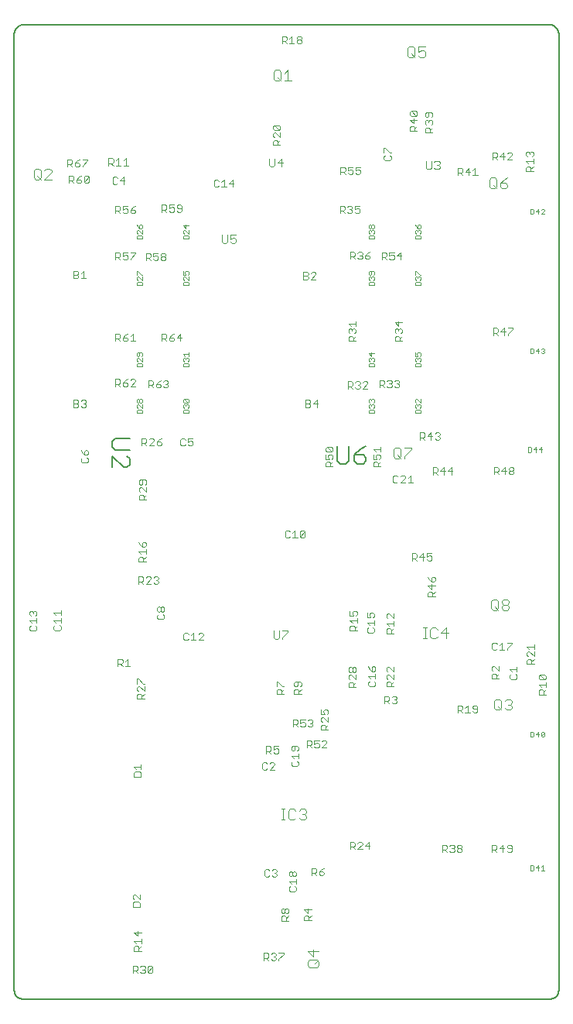
<source format=gbr>
G75*
%MOIN*%
%OFA0B0*%
%FSLAX25Y25*%
%IPPOS*%
%LPD*%
%AMOC8*
5,1,8,0,0,1.08239X$1,22.5*
%
%ADD10C,0.00400*%
%ADD11C,0.00500*%
%ADD12C,0.00800*%
%ADD13C,0.00300*%
D10*
X0156003Y0245646D02*
X0155486Y0246163D01*
X0154452Y0246163D01*
X0153935Y0245646D01*
X0153935Y0243577D01*
X0154452Y0243060D01*
X0155486Y0243060D01*
X0156003Y0243577D01*
X0157158Y0245129D02*
X0158192Y0246163D01*
X0158192Y0243060D01*
X0157158Y0243060D02*
X0159226Y0243060D01*
X0160380Y0243577D02*
X0160380Y0245646D01*
X0160897Y0246163D01*
X0161932Y0246163D01*
X0162449Y0245646D01*
X0162449Y0243577D01*
X0161932Y0243060D01*
X0160897Y0243060D01*
X0160380Y0243577D01*
X0162449Y0245646D01*
X0099299Y0210119D02*
X0098782Y0209601D01*
X0098782Y0208567D01*
X0099299Y0208050D01*
X0101368Y0208050D01*
X0101885Y0208567D01*
X0101885Y0209601D01*
X0101368Y0210119D01*
X0099299Y0211273D02*
X0098782Y0211790D01*
X0098782Y0212824D01*
X0099299Y0213341D01*
X0099816Y0213341D01*
X0100333Y0212824D01*
X0100850Y0213341D01*
X0101368Y0213341D01*
X0101885Y0212824D01*
X0101885Y0211790D01*
X0101368Y0211273D01*
X0100850Y0211273D01*
X0100333Y0211790D01*
X0099816Y0211273D01*
X0099299Y0211273D01*
X0100333Y0211790D02*
X0100333Y0212824D01*
X0054693Y0205338D02*
X0054176Y0204821D01*
X0054176Y0203787D01*
X0054693Y0203269D01*
X0056761Y0203269D01*
X0057278Y0203787D01*
X0057278Y0204821D01*
X0056761Y0205338D01*
X0055210Y0206492D02*
X0054176Y0207526D01*
X0057278Y0207526D01*
X0057278Y0206492D02*
X0057278Y0208561D01*
X0055210Y0209715D02*
X0054176Y0210749D01*
X0057278Y0210749D01*
X0057278Y0209715D02*
X0057278Y0211783D01*
X0112233Y0201573D02*
X0111716Y0202090D01*
X0110682Y0202090D01*
X0110165Y0201573D01*
X0110165Y0199505D01*
X0110682Y0198987D01*
X0111716Y0198987D01*
X0112233Y0199505D01*
X0113387Y0201056D02*
X0114422Y0202090D01*
X0114422Y0198987D01*
X0115456Y0198987D02*
X0113387Y0198987D01*
X0118678Y0198987D02*
X0116610Y0198987D01*
X0118678Y0201056D01*
X0118678Y0201573D01*
X0118161Y0202090D01*
X0117127Y0202090D01*
X0116610Y0201573D01*
X0044270Y0205162D02*
X0043752Y0204645D01*
X0043752Y0203611D01*
X0044270Y0203094D01*
X0046338Y0203094D01*
X0046855Y0203611D01*
X0046855Y0204645D01*
X0046338Y0205162D01*
X0044787Y0206316D02*
X0043752Y0207351D01*
X0046855Y0207351D01*
X0046855Y0208385D02*
X0046855Y0206316D01*
X0044270Y0209539D02*
X0043752Y0210056D01*
X0043752Y0211091D01*
X0044270Y0211608D01*
X0044787Y0211608D01*
X0045304Y0211091D01*
X0045304Y0210573D01*
X0045304Y0211091D02*
X0045821Y0211608D01*
X0046338Y0211608D01*
X0046855Y0211091D01*
X0046855Y0210056D01*
X0046338Y0209539D01*
X0093900Y0232757D02*
X0090798Y0232757D01*
X0090798Y0234308D01*
X0091315Y0234826D01*
X0092349Y0234826D01*
X0092866Y0234308D01*
X0092866Y0232757D01*
X0092866Y0233791D02*
X0093900Y0234826D01*
X0091832Y0235980D02*
X0090798Y0237014D01*
X0093900Y0237014D01*
X0093900Y0235980D02*
X0093900Y0238048D01*
X0090798Y0241271D02*
X0091315Y0240237D01*
X0092349Y0239203D01*
X0093383Y0239203D01*
X0093900Y0239720D01*
X0093900Y0240754D01*
X0093383Y0241271D01*
X0092866Y0241271D01*
X0092349Y0240754D01*
X0092349Y0239203D01*
X0200707Y0201943D02*
X0197605Y0201943D01*
X0197605Y0203494D01*
X0198122Y0204012D01*
X0199156Y0204012D01*
X0199673Y0203494D01*
X0199673Y0201943D01*
X0199673Y0202977D02*
X0200707Y0204012D01*
X0198639Y0205166D02*
X0197605Y0206200D01*
X0200707Y0206200D01*
X0200707Y0205166D02*
X0200707Y0207234D01*
X0200707Y0210457D02*
X0200707Y0208389D01*
X0198639Y0210457D01*
X0198122Y0210457D01*
X0197605Y0209940D01*
X0197605Y0208906D01*
X0198122Y0208389D01*
X0184991Y0203111D02*
X0181888Y0203111D01*
X0181888Y0204663D01*
X0182405Y0205180D01*
X0183440Y0205180D01*
X0183957Y0204663D01*
X0183957Y0203111D01*
X0183957Y0204146D02*
X0184991Y0205180D01*
X0182923Y0206334D02*
X0181888Y0207368D01*
X0184991Y0207368D01*
X0184991Y0206334D02*
X0184991Y0208403D01*
X0181888Y0211625D02*
X0181888Y0209557D01*
X0183440Y0209557D01*
X0182923Y0210591D01*
X0182923Y0211108D01*
X0183440Y0211625D01*
X0184474Y0211625D01*
X0184991Y0211108D01*
X0184991Y0210074D01*
X0184474Y0209557D01*
X0189764Y0204346D02*
X0189247Y0203829D01*
X0189247Y0202794D01*
X0189764Y0202277D01*
X0191832Y0202277D01*
X0192349Y0202794D01*
X0192349Y0203829D01*
X0191832Y0204346D01*
X0190281Y0205500D02*
X0189247Y0206534D01*
X0192349Y0206534D01*
X0192349Y0205500D02*
X0192349Y0207568D01*
X0189247Y0210791D02*
X0189247Y0208723D01*
X0190798Y0208723D01*
X0190281Y0209757D01*
X0190281Y0210274D01*
X0190798Y0210791D01*
X0191832Y0210791D01*
X0192349Y0210274D01*
X0192349Y0209240D01*
X0191832Y0208723D01*
X0081839Y0187773D02*
X0081839Y0190875D01*
X0083390Y0190875D01*
X0083908Y0190358D01*
X0083908Y0189324D01*
X0083390Y0188807D01*
X0081839Y0188807D01*
X0082873Y0188807D02*
X0083908Y0187773D01*
X0085062Y0189841D02*
X0086096Y0190875D01*
X0086096Y0187773D01*
X0085062Y0187773D02*
X0087130Y0187773D01*
X0245999Y0182489D02*
X0242896Y0182489D01*
X0242896Y0184041D01*
X0243413Y0184558D01*
X0244447Y0184558D01*
X0244965Y0184041D01*
X0244965Y0182489D01*
X0244965Y0183524D02*
X0245999Y0184558D01*
X0245999Y0187781D02*
X0245999Y0185712D01*
X0243930Y0187781D01*
X0243413Y0187781D01*
X0242896Y0187263D01*
X0242896Y0186229D01*
X0243413Y0185712D01*
X0196721Y0171769D02*
X0196721Y0174872D01*
X0198272Y0174872D01*
X0198789Y0174354D01*
X0198789Y0173320D01*
X0198272Y0172803D01*
X0196721Y0172803D01*
X0197755Y0172803D02*
X0198789Y0171769D01*
X0199944Y0174354D02*
X0200461Y0174872D01*
X0201495Y0174872D01*
X0202012Y0174354D01*
X0202012Y0173837D01*
X0201495Y0173320D01*
X0200978Y0173320D01*
X0201495Y0173320D02*
X0202012Y0172803D01*
X0202012Y0172286D01*
X0201495Y0171769D01*
X0200461Y0171769D01*
X0199944Y0172286D01*
X0251272Y0184335D02*
X0250754Y0183818D01*
X0250754Y0182784D01*
X0251272Y0182267D01*
X0253340Y0182267D01*
X0253857Y0182784D01*
X0253857Y0183818D01*
X0253340Y0184335D01*
X0251789Y0185489D02*
X0250754Y0186524D01*
X0253857Y0186524D01*
X0253857Y0187558D02*
X0253857Y0185489D01*
X0145785Y0150241D02*
X0145785Y0153344D01*
X0147336Y0153344D01*
X0147853Y0152827D01*
X0147853Y0151793D01*
X0147336Y0151276D01*
X0145785Y0151276D01*
X0146819Y0151276D02*
X0147853Y0150241D01*
X0151076Y0153344D02*
X0149007Y0153344D01*
X0149007Y0151793D01*
X0150042Y0152310D01*
X0150559Y0152310D01*
X0151076Y0151793D01*
X0151076Y0150758D01*
X0150559Y0150241D01*
X0149524Y0150241D01*
X0149007Y0150758D01*
X0146130Y0145843D02*
X0145613Y0146360D01*
X0144579Y0146360D01*
X0144062Y0145843D01*
X0144062Y0143774D01*
X0144579Y0143257D01*
X0145613Y0143257D01*
X0146130Y0143774D01*
X0149353Y0143257D02*
X0147285Y0143257D01*
X0149353Y0145326D01*
X0149353Y0145843D01*
X0148836Y0146360D01*
X0147802Y0146360D01*
X0147285Y0145843D01*
X0153369Y0175852D02*
X0150266Y0175852D01*
X0150266Y0177403D01*
X0150783Y0177920D01*
X0151818Y0177920D01*
X0152335Y0177403D01*
X0152335Y0175852D01*
X0152335Y0176886D02*
X0153369Y0177920D01*
X0150266Y0179074D02*
X0150266Y0181143D01*
X0150783Y0181143D01*
X0152852Y0179074D01*
X0153369Y0179074D01*
X0155416Y0078273D02*
X0152313Y0078273D01*
X0152313Y0079824D01*
X0152831Y0080341D01*
X0153865Y0080341D01*
X0154382Y0079824D01*
X0154382Y0078273D01*
X0154382Y0079307D02*
X0155416Y0080341D01*
X0152831Y0081496D02*
X0152313Y0082013D01*
X0152313Y0083047D01*
X0152831Y0083564D01*
X0153348Y0083564D01*
X0153865Y0083047D01*
X0154382Y0083564D01*
X0154899Y0083564D01*
X0155416Y0083047D01*
X0155416Y0082013D01*
X0154899Y0081496D01*
X0154382Y0081496D01*
X0153865Y0082013D01*
X0153348Y0081496D01*
X0152831Y0081496D01*
X0153865Y0082013D02*
X0153865Y0083047D01*
X0160916Y0175852D02*
X0157813Y0175852D01*
X0157813Y0177403D01*
X0158331Y0177920D01*
X0159365Y0177920D01*
X0159882Y0177403D01*
X0159882Y0175852D01*
X0159882Y0176886D02*
X0160916Y0177920D01*
X0160399Y0179074D02*
X0160916Y0179591D01*
X0160916Y0180626D01*
X0160399Y0181143D01*
X0158331Y0181143D01*
X0157813Y0180626D01*
X0157813Y0179591D01*
X0158331Y0179074D01*
X0158848Y0179074D01*
X0159365Y0179591D01*
X0159365Y0181143D01*
X0147162Y0099858D02*
X0146645Y0100375D01*
X0145610Y0100375D01*
X0145093Y0099858D01*
X0145093Y0097790D01*
X0145610Y0097273D01*
X0146645Y0097273D01*
X0147162Y0097790D01*
X0148316Y0099858D02*
X0148833Y0100375D01*
X0149867Y0100375D01*
X0150385Y0099858D01*
X0150385Y0099341D01*
X0149867Y0098824D01*
X0149350Y0098824D01*
X0149867Y0098824D02*
X0150385Y0098307D01*
X0150385Y0097790D01*
X0149867Y0097273D01*
X0148833Y0097273D01*
X0148316Y0097790D01*
X0045577Y0398024D02*
X0045577Y0401094D01*
X0046344Y0401861D01*
X0047879Y0401861D01*
X0048646Y0401094D01*
X0048646Y0398024D01*
X0047879Y0397257D01*
X0046344Y0397257D01*
X0045577Y0398024D01*
X0047111Y0398792D02*
X0048646Y0397257D01*
X0053250Y0397257D02*
X0050181Y0397257D01*
X0053250Y0400326D01*
X0053250Y0401094D01*
X0052483Y0401861D01*
X0050948Y0401861D01*
X0050181Y0401094D01*
X0060116Y0402773D02*
X0060116Y0405875D01*
X0061668Y0405875D01*
X0062185Y0405358D01*
X0062185Y0404324D01*
X0061668Y0403807D01*
X0060116Y0403807D01*
X0061151Y0403807D02*
X0062185Y0402773D01*
X0065408Y0405875D02*
X0064373Y0405358D01*
X0063339Y0404324D01*
X0063339Y0403290D01*
X0063856Y0402773D01*
X0064890Y0402773D01*
X0065408Y0403290D01*
X0065408Y0403807D01*
X0064890Y0404324D01*
X0063339Y0404324D01*
X0066562Y0405875D02*
X0068630Y0405875D01*
X0068630Y0405358D01*
X0066562Y0403290D01*
X0066562Y0402773D01*
X0060785Y0395741D02*
X0060785Y0398844D01*
X0062336Y0398844D01*
X0062853Y0398327D01*
X0062853Y0397293D01*
X0062336Y0396776D01*
X0060785Y0396776D01*
X0061819Y0396776D02*
X0062853Y0395741D01*
X0066076Y0398844D02*
X0065042Y0398327D01*
X0064007Y0397293D01*
X0064007Y0396258D01*
X0064524Y0395741D01*
X0065559Y0395741D01*
X0066076Y0396258D01*
X0066076Y0396776D01*
X0065559Y0397293D01*
X0064007Y0397293D01*
X0067230Y0396258D02*
X0067230Y0398327D01*
X0067747Y0398844D01*
X0068781Y0398844D01*
X0069299Y0398327D01*
X0069299Y0396258D01*
X0068781Y0395741D01*
X0067747Y0395741D01*
X0067230Y0396258D01*
X0069299Y0398327D01*
X0149097Y0203077D02*
X0149097Y0200127D01*
X0149687Y0199537D01*
X0150867Y0199537D01*
X0151457Y0200127D01*
X0151457Y0203077D01*
X0152722Y0203077D02*
X0155082Y0203077D01*
X0155082Y0202487D01*
X0152722Y0200127D01*
X0152722Y0199537D01*
X0181967Y0109033D02*
X0181967Y0112135D01*
X0183518Y0112135D01*
X0184035Y0111618D01*
X0184035Y0110584D01*
X0183518Y0110067D01*
X0181967Y0110067D01*
X0183001Y0110067D02*
X0184035Y0109033D01*
X0187258Y0109033D02*
X0185190Y0109033D01*
X0187258Y0111101D01*
X0187258Y0111618D01*
X0186741Y0112135D01*
X0185707Y0112135D01*
X0185190Y0111618D01*
X0189964Y0109033D02*
X0189964Y0112135D01*
X0188412Y0110584D01*
X0190481Y0110584D01*
X0172491Y0160546D02*
X0169388Y0160546D01*
X0169388Y0162097D01*
X0169905Y0162614D01*
X0170940Y0162614D01*
X0171457Y0162097D01*
X0171457Y0160546D01*
X0171457Y0161580D02*
X0172491Y0162614D01*
X0172491Y0165837D02*
X0172491Y0163768D01*
X0170423Y0165837D01*
X0169905Y0165837D01*
X0169388Y0165320D01*
X0169388Y0164285D01*
X0169905Y0163768D01*
X0169388Y0169059D02*
X0169388Y0166991D01*
X0170940Y0166991D01*
X0170423Y0168025D01*
X0170423Y0168542D01*
X0170940Y0169059D01*
X0171974Y0169059D01*
X0172491Y0168542D01*
X0172491Y0167508D01*
X0171974Y0166991D01*
X0156142Y0092987D02*
X0155625Y0092470D01*
X0155625Y0091436D01*
X0156142Y0090919D01*
X0158210Y0090919D01*
X0158727Y0091436D01*
X0158727Y0092470D01*
X0158210Y0092987D01*
X0156659Y0094142D02*
X0155625Y0095176D01*
X0158727Y0095176D01*
X0158727Y0094142D02*
X0158727Y0096210D01*
X0156142Y0097365D02*
X0155625Y0097882D01*
X0155625Y0098916D01*
X0156142Y0099433D01*
X0156659Y0099433D01*
X0157176Y0098916D01*
X0157693Y0099433D01*
X0158210Y0099433D01*
X0158727Y0098916D01*
X0158727Y0097882D01*
X0158210Y0097365D01*
X0157693Y0097365D01*
X0157176Y0097882D01*
X0156659Y0097365D01*
X0156142Y0097365D01*
X0157176Y0097882D02*
X0157176Y0098916D01*
X0157126Y0146972D02*
X0156609Y0146455D01*
X0156609Y0145420D01*
X0157126Y0144903D01*
X0159194Y0144903D01*
X0159711Y0145420D01*
X0159711Y0146455D01*
X0159194Y0146972D01*
X0157643Y0148126D02*
X0156609Y0149160D01*
X0159711Y0149160D01*
X0159711Y0148126D02*
X0159711Y0150194D01*
X0159194Y0151349D02*
X0159711Y0151866D01*
X0159711Y0152900D01*
X0159194Y0153417D01*
X0157126Y0153417D01*
X0156609Y0152900D01*
X0156609Y0151866D01*
X0157126Y0151349D01*
X0157643Y0151349D01*
X0158160Y0151866D01*
X0158160Y0153417D01*
X0149061Y0440524D02*
X0149061Y0443594D01*
X0149828Y0444361D01*
X0151363Y0444361D01*
X0152130Y0443594D01*
X0152130Y0440524D01*
X0151363Y0439757D01*
X0149828Y0439757D01*
X0149061Y0440524D01*
X0150596Y0441292D02*
X0152130Y0439757D01*
X0153665Y0442826D02*
X0155200Y0444361D01*
X0155200Y0439757D01*
X0156734Y0439757D02*
X0153665Y0439757D01*
X0152569Y0455773D02*
X0152569Y0458875D01*
X0154120Y0458875D01*
X0154638Y0458358D01*
X0154638Y0457324D01*
X0154120Y0456807D01*
X0152569Y0456807D01*
X0153603Y0456807D02*
X0154638Y0455773D01*
X0155792Y0457841D02*
X0156826Y0458875D01*
X0156826Y0455773D01*
X0155792Y0455773D02*
X0157860Y0455773D01*
X0159015Y0458358D02*
X0159532Y0458875D01*
X0160566Y0458875D01*
X0161083Y0458358D01*
X0161083Y0457841D01*
X0160566Y0457324D01*
X0161083Y0456807D01*
X0161083Y0456290D01*
X0160566Y0455773D01*
X0159532Y0455773D01*
X0159015Y0456290D01*
X0159015Y0456807D01*
X0159532Y0457324D01*
X0159015Y0457841D01*
X0159015Y0458358D01*
X0159532Y0457324D02*
X0160566Y0457324D01*
X0151869Y0412089D02*
X0148766Y0412089D01*
X0148766Y0413640D01*
X0149283Y0414157D01*
X0150318Y0414157D01*
X0150835Y0413640D01*
X0150835Y0412089D01*
X0150835Y0413123D02*
X0151869Y0414157D01*
X0151869Y0417380D02*
X0151869Y0415312D01*
X0149800Y0417380D01*
X0149283Y0417380D01*
X0148766Y0416863D01*
X0148766Y0415829D01*
X0149283Y0415312D01*
X0151352Y0418534D02*
X0149283Y0418534D01*
X0148766Y0419051D01*
X0148766Y0420086D01*
X0149283Y0420603D01*
X0151352Y0420603D01*
X0151869Y0420086D01*
X0151869Y0419051D01*
X0151352Y0418534D01*
X0149283Y0420603D01*
X0110957Y0285254D02*
X0110440Y0285771D01*
X0109405Y0285771D01*
X0108888Y0285254D01*
X0108888Y0283186D01*
X0109405Y0282669D01*
X0110440Y0282669D01*
X0110957Y0283186D01*
X0114180Y0285771D02*
X0112111Y0285771D01*
X0112111Y0284220D01*
X0113145Y0284737D01*
X0113662Y0284737D01*
X0114180Y0284220D01*
X0114180Y0283186D01*
X0113662Y0282669D01*
X0112628Y0282669D01*
X0112111Y0283186D01*
X0092116Y0282773D02*
X0092116Y0285875D01*
X0093668Y0285875D01*
X0094185Y0285358D01*
X0094185Y0284324D01*
X0093668Y0283807D01*
X0092116Y0283807D01*
X0093151Y0283807D02*
X0094185Y0282773D01*
X0097408Y0282773D02*
X0095339Y0282773D01*
X0097408Y0284841D01*
X0097408Y0285358D01*
X0096890Y0285875D01*
X0095856Y0285875D01*
X0095339Y0285358D01*
X0100630Y0285875D02*
X0099596Y0285358D01*
X0098562Y0284324D01*
X0098562Y0283290D01*
X0099079Y0282773D01*
X0100113Y0282773D01*
X0100630Y0283290D01*
X0100630Y0283807D01*
X0100113Y0284324D01*
X0098562Y0284324D01*
X0066464Y0277500D02*
X0065947Y0276983D01*
X0065947Y0275949D01*
X0066464Y0275432D01*
X0068533Y0275432D01*
X0069050Y0275949D01*
X0069050Y0276983D01*
X0068533Y0277500D01*
X0065947Y0280723D02*
X0066464Y0279689D01*
X0067499Y0278655D01*
X0068533Y0278655D01*
X0069050Y0279172D01*
X0069050Y0280206D01*
X0068533Y0280723D01*
X0068016Y0280723D01*
X0067499Y0280206D01*
X0067499Y0278655D01*
X0090785Y0223241D02*
X0090785Y0226344D01*
X0092336Y0226344D01*
X0092853Y0225827D01*
X0092853Y0224793D01*
X0092336Y0224276D01*
X0090785Y0224276D01*
X0091819Y0224276D02*
X0092853Y0223241D01*
X0096076Y0223241D02*
X0094007Y0223241D01*
X0096076Y0225310D01*
X0096076Y0225827D01*
X0095559Y0226344D01*
X0094524Y0226344D01*
X0094007Y0225827D01*
X0097230Y0225827D02*
X0097747Y0226344D01*
X0098781Y0226344D01*
X0099299Y0225827D01*
X0099299Y0225310D01*
X0098781Y0224793D01*
X0098264Y0224793D01*
X0098781Y0224793D02*
X0099299Y0224276D01*
X0099299Y0223758D01*
X0098781Y0223241D01*
X0097747Y0223241D01*
X0097230Y0223758D01*
X0093247Y0173860D02*
X0090144Y0173860D01*
X0090144Y0175412D01*
X0090661Y0175929D01*
X0091696Y0175929D01*
X0092213Y0175412D01*
X0092213Y0173860D01*
X0092213Y0174895D02*
X0093247Y0175929D01*
X0093247Y0179152D02*
X0093247Y0177083D01*
X0091178Y0179152D01*
X0090661Y0179152D01*
X0090144Y0178635D01*
X0090144Y0177600D01*
X0090661Y0177083D01*
X0090144Y0180306D02*
X0090144Y0182374D01*
X0090661Y0182374D01*
X0092730Y0180306D01*
X0093247Y0180306D01*
X0081630Y0397843D02*
X0081113Y0398360D01*
X0080079Y0398360D01*
X0079562Y0397843D01*
X0079562Y0395774D01*
X0080079Y0395257D01*
X0081113Y0395257D01*
X0081630Y0395774D01*
X0084336Y0395257D02*
X0084336Y0398360D01*
X0082785Y0396808D01*
X0084853Y0396808D01*
X0196976Y0407579D02*
X0196459Y0407062D01*
X0196459Y0406028D01*
X0196976Y0405511D01*
X0199045Y0405511D01*
X0199562Y0406028D01*
X0199562Y0407062D01*
X0199045Y0407579D01*
X0196459Y0408733D02*
X0196459Y0410802D01*
X0196976Y0410802D01*
X0199045Y0408733D01*
X0199562Y0408733D01*
X0244061Y0169761D02*
X0244061Y0172830D01*
X0244828Y0173597D01*
X0246363Y0173597D01*
X0247130Y0172830D01*
X0247130Y0169761D01*
X0246363Y0168993D01*
X0244828Y0168993D01*
X0244061Y0169761D01*
X0245596Y0170528D02*
X0247130Y0168993D01*
X0248665Y0172830D02*
X0249432Y0173597D01*
X0250967Y0173597D01*
X0251734Y0172830D01*
X0251734Y0172063D01*
X0250967Y0171295D01*
X0250200Y0171295D01*
X0250967Y0171295D02*
X0251734Y0170528D01*
X0251734Y0169761D01*
X0250967Y0168993D01*
X0249432Y0168993D01*
X0248665Y0169761D01*
X0228309Y0167812D02*
X0228309Y0170915D01*
X0229861Y0170915D01*
X0230378Y0170398D01*
X0230378Y0169364D01*
X0229861Y0168846D01*
X0228309Y0168846D01*
X0229344Y0168846D02*
X0230378Y0167812D01*
X0231532Y0169881D02*
X0232566Y0170915D01*
X0232566Y0167812D01*
X0231532Y0167812D02*
X0233600Y0167812D01*
X0234755Y0168329D02*
X0235272Y0167812D01*
X0236306Y0167812D01*
X0236823Y0168329D01*
X0236823Y0170398D01*
X0236306Y0170915D01*
X0235272Y0170915D01*
X0234755Y0170398D01*
X0234755Y0169881D01*
X0235272Y0169364D01*
X0236823Y0169364D01*
X0261231Y0188758D02*
X0258128Y0188758D01*
X0258128Y0190309D01*
X0258646Y0190827D01*
X0259680Y0190827D01*
X0260197Y0190309D01*
X0260197Y0188758D01*
X0260197Y0189792D02*
X0261231Y0190827D01*
X0261231Y0194049D02*
X0261231Y0191981D01*
X0259163Y0194049D01*
X0258646Y0194049D01*
X0258128Y0193532D01*
X0258128Y0192498D01*
X0258646Y0191981D01*
X0259163Y0195204D02*
X0258128Y0196238D01*
X0261231Y0196238D01*
X0261231Y0195204D02*
X0261231Y0197272D01*
X0161839Y0354257D02*
X0161839Y0357360D01*
X0163390Y0357360D01*
X0163908Y0356843D01*
X0163908Y0356326D01*
X0163390Y0355808D01*
X0163908Y0355291D01*
X0163908Y0354774D01*
X0163390Y0354257D01*
X0161839Y0354257D01*
X0161839Y0355808D02*
X0163390Y0355808D01*
X0167130Y0354257D02*
X0165062Y0354257D01*
X0167130Y0356326D01*
X0167130Y0356843D01*
X0166613Y0357360D01*
X0165579Y0357360D01*
X0165062Y0356843D01*
X0162785Y0299257D02*
X0162785Y0302360D01*
X0164336Y0302360D01*
X0164853Y0301843D01*
X0164853Y0301326D01*
X0164336Y0300808D01*
X0164853Y0300291D01*
X0164853Y0299774D01*
X0164336Y0299257D01*
X0162785Y0299257D01*
X0162785Y0300808D02*
X0164336Y0300808D01*
X0167559Y0299257D02*
X0167559Y0302360D01*
X0166007Y0300808D01*
X0168076Y0300808D01*
X0062785Y0354757D02*
X0062785Y0357860D01*
X0064336Y0357860D01*
X0064853Y0357343D01*
X0064853Y0356826D01*
X0064336Y0356308D01*
X0064853Y0355791D01*
X0064853Y0355274D01*
X0064336Y0354757D01*
X0062785Y0354757D01*
X0062785Y0356308D02*
X0064336Y0356308D01*
X0066007Y0356826D02*
X0067042Y0357860D01*
X0067042Y0354757D01*
X0068076Y0354757D02*
X0066007Y0354757D01*
X0062785Y0299257D02*
X0062785Y0302360D01*
X0064336Y0302360D01*
X0064853Y0301843D01*
X0064853Y0301326D01*
X0064336Y0300808D01*
X0064853Y0300291D01*
X0064853Y0299774D01*
X0064336Y0299257D01*
X0062785Y0299257D01*
X0062785Y0300808D02*
X0064336Y0300808D01*
X0066007Y0301843D02*
X0066524Y0302360D01*
X0067559Y0302360D01*
X0068076Y0301843D01*
X0068076Y0301326D01*
X0067559Y0300808D01*
X0067042Y0300808D01*
X0067559Y0300808D02*
X0068076Y0300291D01*
X0068076Y0299774D01*
X0067559Y0299257D01*
X0066524Y0299257D01*
X0066007Y0299774D01*
X0125373Y0396642D02*
X0124856Y0397159D01*
X0123822Y0397159D01*
X0123305Y0396642D01*
X0123305Y0394573D01*
X0123822Y0394056D01*
X0124856Y0394056D01*
X0125373Y0394573D01*
X0126528Y0396125D02*
X0127562Y0397159D01*
X0127562Y0394056D01*
X0126528Y0394056D02*
X0128596Y0394056D01*
X0131302Y0394056D02*
X0131302Y0397159D01*
X0129750Y0395608D01*
X0131819Y0395608D01*
X0091900Y0065257D02*
X0088798Y0065257D01*
X0088798Y0066808D01*
X0089315Y0067326D01*
X0090349Y0067326D01*
X0090866Y0066808D01*
X0090866Y0065257D01*
X0090866Y0066291D02*
X0091900Y0067326D01*
X0089832Y0068480D02*
X0088798Y0069514D01*
X0091900Y0069514D01*
X0091900Y0068480D02*
X0091900Y0070548D01*
X0091900Y0073254D02*
X0088798Y0073254D01*
X0090349Y0071703D01*
X0090349Y0073771D01*
X0200739Y0178989D02*
X0197636Y0178989D01*
X0197636Y0180541D01*
X0198153Y0181058D01*
X0199188Y0181058D01*
X0199705Y0180541D01*
X0199705Y0178989D01*
X0199705Y0180024D02*
X0200739Y0181058D01*
X0200739Y0184281D02*
X0200739Y0182212D01*
X0198671Y0184281D01*
X0198153Y0184281D01*
X0197636Y0183763D01*
X0197636Y0182729D01*
X0198153Y0182212D01*
X0200739Y0187503D02*
X0200739Y0185435D01*
X0198671Y0187503D01*
X0198153Y0187503D01*
X0197636Y0186986D01*
X0197636Y0185952D01*
X0198153Y0185435D01*
X0184459Y0178821D02*
X0181357Y0178821D01*
X0181357Y0180372D01*
X0181874Y0180890D01*
X0182908Y0180890D01*
X0183425Y0180372D01*
X0183425Y0178821D01*
X0183425Y0179855D02*
X0184459Y0180890D01*
X0184459Y0184112D02*
X0184459Y0182044D01*
X0182391Y0184112D01*
X0181874Y0184112D01*
X0181357Y0183595D01*
X0181357Y0182561D01*
X0181874Y0182044D01*
X0181874Y0185267D02*
X0181357Y0185784D01*
X0181357Y0186818D01*
X0181874Y0187335D01*
X0182391Y0187335D01*
X0182908Y0186818D01*
X0183425Y0187335D01*
X0183942Y0187335D01*
X0184459Y0186818D01*
X0184459Y0185784D01*
X0183942Y0185267D01*
X0183425Y0185267D01*
X0182908Y0185784D01*
X0182391Y0185267D01*
X0181874Y0185267D01*
X0182908Y0185784D02*
X0182908Y0186818D01*
X0190264Y0181224D02*
X0189747Y0180707D01*
X0189747Y0179672D01*
X0190264Y0179155D01*
X0192332Y0179155D01*
X0192849Y0179672D01*
X0192849Y0180707D01*
X0192332Y0181224D01*
X0190781Y0182378D02*
X0189747Y0183412D01*
X0192849Y0183412D01*
X0192849Y0182378D02*
X0192849Y0184446D01*
X0189747Y0187669D02*
X0190264Y0186635D01*
X0191298Y0185601D01*
X0192332Y0185601D01*
X0192849Y0186118D01*
X0192849Y0187152D01*
X0192332Y0187669D01*
X0191815Y0187669D01*
X0191298Y0187152D01*
X0191298Y0185601D01*
X0088285Y0055741D02*
X0088285Y0058844D01*
X0089836Y0058844D01*
X0090353Y0058327D01*
X0090353Y0057293D01*
X0089836Y0056776D01*
X0088285Y0056776D01*
X0089319Y0056776D02*
X0090353Y0055741D01*
X0091507Y0058327D02*
X0092024Y0058844D01*
X0093059Y0058844D01*
X0093576Y0058327D01*
X0093576Y0057810D01*
X0093059Y0057293D01*
X0092542Y0057293D01*
X0093059Y0057293D02*
X0093576Y0056776D01*
X0093576Y0056258D01*
X0093059Y0055741D01*
X0092024Y0055741D01*
X0091507Y0056258D01*
X0094730Y0056258D02*
X0094730Y0058327D01*
X0095247Y0058844D01*
X0096281Y0058844D01*
X0096799Y0058327D01*
X0096799Y0056258D01*
X0096281Y0055741D01*
X0095247Y0055741D01*
X0094730Y0056258D01*
X0096799Y0058327D01*
X0167617Y0058257D02*
X0164548Y0058257D01*
X0163781Y0059024D01*
X0163781Y0060559D01*
X0164548Y0061326D01*
X0167617Y0061326D01*
X0168385Y0060559D01*
X0168385Y0059024D01*
X0167617Y0058257D01*
X0166850Y0059792D02*
X0168385Y0061326D01*
X0168385Y0065163D02*
X0163781Y0065163D01*
X0166083Y0062861D01*
X0166083Y0065930D01*
X0144711Y0061257D02*
X0144711Y0064360D01*
X0146262Y0064360D01*
X0146779Y0063843D01*
X0146779Y0062808D01*
X0146262Y0062291D01*
X0144711Y0062291D01*
X0145745Y0062291D02*
X0146779Y0061257D01*
X0147934Y0063843D02*
X0148451Y0064360D01*
X0149485Y0064360D01*
X0150002Y0063843D01*
X0150002Y0063326D01*
X0149485Y0062808D01*
X0148968Y0062808D01*
X0149485Y0062808D02*
X0150002Y0062291D01*
X0150002Y0061774D01*
X0149485Y0061257D01*
X0148451Y0061257D01*
X0147934Y0061774D01*
X0151156Y0064360D02*
X0153225Y0064360D01*
X0153225Y0063843D01*
X0151156Y0061774D01*
X0151156Y0061257D01*
X0221616Y0107773D02*
X0221616Y0110875D01*
X0223168Y0110875D01*
X0223685Y0110358D01*
X0223685Y0109324D01*
X0223168Y0108807D01*
X0221616Y0108807D01*
X0222651Y0108807D02*
X0223685Y0107773D01*
X0224839Y0110358D02*
X0225356Y0110875D01*
X0226390Y0110875D01*
X0226908Y0110358D01*
X0226908Y0109841D01*
X0226390Y0109324D01*
X0225873Y0109324D01*
X0226390Y0109324D02*
X0226908Y0108807D01*
X0226908Y0108290D01*
X0226390Y0107773D01*
X0225356Y0107773D01*
X0224839Y0108290D01*
X0228062Y0110358D02*
X0228579Y0110875D01*
X0229613Y0110875D01*
X0230130Y0110358D01*
X0230130Y0109841D01*
X0229613Y0109324D01*
X0230130Y0108807D01*
X0230130Y0108290D01*
X0229613Y0107773D01*
X0228579Y0107773D01*
X0228062Y0108290D01*
X0228062Y0108807D01*
X0228579Y0109324D01*
X0228062Y0109841D01*
X0228062Y0110358D01*
X0228579Y0109324D02*
X0229613Y0109324D01*
X0206702Y0450623D02*
X0206702Y0453692D01*
X0207469Y0454459D01*
X0209004Y0454459D01*
X0209771Y0453692D01*
X0209771Y0450623D01*
X0209004Y0449856D01*
X0207469Y0449856D01*
X0206702Y0450623D01*
X0208237Y0451390D02*
X0209771Y0449856D01*
X0214375Y0454459D02*
X0211306Y0454459D01*
X0211306Y0452157D01*
X0212841Y0452925D01*
X0213608Y0452925D01*
X0214375Y0452157D01*
X0214375Y0450623D01*
X0213608Y0449856D01*
X0212073Y0449856D01*
X0211306Y0450623D01*
X0217440Y0417542D02*
X0214337Y0417542D01*
X0214337Y0419093D01*
X0214854Y0419610D01*
X0215888Y0419610D01*
X0216406Y0419093D01*
X0216406Y0417542D01*
X0216406Y0418576D02*
X0217440Y0419610D01*
X0214854Y0420764D02*
X0214337Y0421281D01*
X0214337Y0422316D01*
X0214854Y0422833D01*
X0215371Y0422833D01*
X0215888Y0422316D01*
X0215888Y0421799D01*
X0215888Y0422316D02*
X0216406Y0422833D01*
X0216923Y0422833D01*
X0217440Y0422316D01*
X0217440Y0421281D01*
X0216923Y0420764D01*
X0216923Y0423987D02*
X0217440Y0424504D01*
X0217440Y0425538D01*
X0216923Y0426056D01*
X0214854Y0426056D01*
X0214337Y0425538D01*
X0214337Y0424504D01*
X0214854Y0423987D01*
X0215371Y0423987D01*
X0215888Y0424504D01*
X0215888Y0426056D01*
X0210877Y0418170D02*
X0207774Y0418170D01*
X0207774Y0419722D01*
X0208291Y0420239D01*
X0209325Y0420239D01*
X0209843Y0419722D01*
X0209843Y0418170D01*
X0209843Y0419205D02*
X0210877Y0420239D01*
X0210877Y0422945D02*
X0207774Y0422945D01*
X0209325Y0421393D01*
X0209325Y0423462D01*
X0210360Y0424616D02*
X0208291Y0424616D01*
X0207774Y0425133D01*
X0207774Y0426167D01*
X0208291Y0426684D01*
X0210360Y0426684D01*
X0210877Y0426167D01*
X0210877Y0425133D01*
X0210360Y0424616D01*
X0208291Y0426684D01*
X0242089Y0394162D02*
X0242089Y0397231D01*
X0242856Y0397999D01*
X0244391Y0397999D01*
X0245158Y0397231D01*
X0245158Y0394162D01*
X0244391Y0393395D01*
X0242856Y0393395D01*
X0242089Y0394162D01*
X0243623Y0394930D02*
X0245158Y0393395D01*
X0249762Y0397999D02*
X0248227Y0397231D01*
X0246693Y0395697D01*
X0246693Y0394162D01*
X0247460Y0393395D01*
X0248994Y0393395D01*
X0249762Y0394162D01*
X0249762Y0394930D01*
X0248994Y0395697D01*
X0246693Y0395697D01*
X0228404Y0399072D02*
X0228404Y0402175D01*
X0229955Y0402175D01*
X0230472Y0401658D01*
X0230472Y0400623D01*
X0229955Y0400106D01*
X0228404Y0400106D01*
X0229438Y0400106D02*
X0230472Y0399072D01*
X0233178Y0399072D02*
X0233178Y0402175D01*
X0231627Y0400623D01*
X0233695Y0400623D01*
X0234849Y0401140D02*
X0235883Y0402175D01*
X0235883Y0399072D01*
X0234849Y0399072D02*
X0236918Y0399072D01*
X0243285Y0405741D02*
X0243285Y0408844D01*
X0244836Y0408844D01*
X0245353Y0408327D01*
X0245353Y0407293D01*
X0244836Y0406776D01*
X0243285Y0406776D01*
X0244319Y0406776D02*
X0245353Y0405741D01*
X0248059Y0405741D02*
X0248059Y0408844D01*
X0246507Y0407293D01*
X0248576Y0407293D01*
X0251799Y0405741D02*
X0249730Y0405741D01*
X0251799Y0407810D01*
X0251799Y0408327D01*
X0251281Y0408844D01*
X0250247Y0408844D01*
X0249730Y0408327D01*
X0200785Y0278024D02*
X0200785Y0281094D01*
X0201552Y0281861D01*
X0203087Y0281861D01*
X0203854Y0281094D01*
X0203854Y0278024D01*
X0203087Y0277257D01*
X0201552Y0277257D01*
X0200785Y0278024D01*
X0202319Y0278792D02*
X0203854Y0277257D01*
X0205389Y0281861D02*
X0208458Y0281861D01*
X0208458Y0281094D01*
X0205389Y0278024D01*
X0205389Y0277257D01*
X0212116Y0285273D02*
X0212116Y0288375D01*
X0213668Y0288375D01*
X0214185Y0287858D01*
X0214185Y0286824D01*
X0213668Y0286307D01*
X0212116Y0286307D01*
X0213151Y0286307D02*
X0214185Y0285273D01*
X0216890Y0285273D02*
X0216890Y0288375D01*
X0215339Y0286824D01*
X0217408Y0286824D01*
X0218562Y0287858D02*
X0219079Y0288375D01*
X0220113Y0288375D01*
X0220630Y0287858D01*
X0220630Y0287341D01*
X0220113Y0286824D01*
X0219596Y0286824D01*
X0220113Y0286824D02*
X0220630Y0286307D01*
X0220630Y0285790D01*
X0220113Y0285273D01*
X0219079Y0285273D01*
X0218562Y0285790D01*
X0217616Y0270273D02*
X0217616Y0273375D01*
X0219168Y0273375D01*
X0219685Y0272858D01*
X0219685Y0271824D01*
X0219168Y0271307D01*
X0217616Y0271307D01*
X0218651Y0271307D02*
X0219685Y0270273D01*
X0222390Y0270273D02*
X0222390Y0273375D01*
X0220839Y0271824D01*
X0222908Y0271824D01*
X0225613Y0270273D02*
X0225613Y0273375D01*
X0224062Y0271824D01*
X0226130Y0271824D01*
X0242804Y0212737D02*
X0242804Y0215806D01*
X0243572Y0216574D01*
X0245106Y0216574D01*
X0245874Y0215806D01*
X0245874Y0212737D01*
X0245106Y0211970D01*
X0243572Y0211970D01*
X0242804Y0212737D01*
X0244339Y0213504D02*
X0245874Y0211970D01*
X0247408Y0215806D02*
X0248176Y0216574D01*
X0249710Y0216574D01*
X0250478Y0215806D01*
X0250478Y0215039D01*
X0249710Y0214272D01*
X0250478Y0213504D01*
X0250478Y0212737D01*
X0249710Y0211970D01*
X0248176Y0211970D01*
X0247408Y0212737D01*
X0247408Y0213504D01*
X0248176Y0214272D01*
X0247408Y0215039D01*
X0247408Y0215806D01*
X0248176Y0214272D02*
X0249710Y0214272D01*
X0208616Y0233273D02*
X0208616Y0236375D01*
X0210168Y0236375D01*
X0210685Y0235858D01*
X0210685Y0234824D01*
X0210168Y0234307D01*
X0208616Y0234307D01*
X0209651Y0234307D02*
X0210685Y0233273D01*
X0213390Y0233273D02*
X0213390Y0236375D01*
X0211839Y0234824D01*
X0213908Y0234824D01*
X0217130Y0236375D02*
X0215062Y0236375D01*
X0215062Y0234824D01*
X0216096Y0235341D01*
X0216613Y0235341D01*
X0217130Y0234824D01*
X0217130Y0233790D01*
X0216613Y0233273D01*
X0215579Y0233273D01*
X0215062Y0233790D01*
X0218566Y0217723D02*
X0215463Y0217723D01*
X0215463Y0219274D01*
X0215980Y0219791D01*
X0217014Y0219791D01*
X0217532Y0219274D01*
X0217532Y0217723D01*
X0217532Y0218757D02*
X0218566Y0219791D01*
X0218566Y0222497D02*
X0215463Y0222497D01*
X0217014Y0220945D01*
X0217014Y0223014D01*
X0215463Y0226237D02*
X0215980Y0225202D01*
X0217014Y0224168D01*
X0218049Y0224168D01*
X0218566Y0224685D01*
X0218566Y0225720D01*
X0218049Y0226237D01*
X0217532Y0226237D01*
X0217014Y0225720D01*
X0217014Y0224168D01*
X0245283Y0197382D02*
X0244766Y0197899D01*
X0243731Y0197899D01*
X0243214Y0197382D01*
X0243214Y0195314D01*
X0243731Y0194796D01*
X0244766Y0194796D01*
X0245283Y0195314D01*
X0246437Y0196865D02*
X0247471Y0197899D01*
X0247471Y0194796D01*
X0246437Y0194796D02*
X0248505Y0194796D01*
X0249660Y0197899D02*
X0251728Y0197899D01*
X0251728Y0197382D01*
X0249660Y0195314D01*
X0249660Y0194796D01*
X0214573Y0405246D02*
X0214573Y0402296D01*
X0215163Y0401706D01*
X0216343Y0401706D01*
X0216933Y0402296D01*
X0216933Y0405246D01*
X0218198Y0404656D02*
X0218788Y0405246D01*
X0219968Y0405246D01*
X0220558Y0404656D01*
X0220558Y0404066D01*
X0219968Y0403476D01*
X0219378Y0403476D01*
X0219968Y0403476D02*
X0220558Y0402886D01*
X0220558Y0402296D01*
X0219968Y0401706D01*
X0218788Y0401706D01*
X0218198Y0402296D01*
X0147018Y0406262D02*
X0147018Y0403312D01*
X0147608Y0402722D01*
X0148788Y0402722D01*
X0149378Y0403312D01*
X0149378Y0406262D01*
X0152413Y0402722D02*
X0152413Y0406262D01*
X0150643Y0404492D01*
X0153003Y0404492D01*
X0126719Y0373388D02*
X0126719Y0370438D01*
X0127309Y0369848D01*
X0128489Y0369848D01*
X0129079Y0370438D01*
X0129079Y0373388D01*
X0132704Y0373388D02*
X0130344Y0373388D01*
X0130344Y0371618D01*
X0131524Y0372208D01*
X0132114Y0372208D01*
X0132704Y0371618D01*
X0132704Y0370438D01*
X0132114Y0369848D01*
X0130934Y0369848D01*
X0130344Y0370438D01*
X0260900Y0400757D02*
X0257798Y0400757D01*
X0257798Y0402308D01*
X0258315Y0402826D01*
X0259349Y0402826D01*
X0259866Y0402308D01*
X0259866Y0400757D01*
X0259866Y0401791D02*
X0260900Y0402826D01*
X0258832Y0403980D02*
X0257798Y0405014D01*
X0260900Y0405014D01*
X0260900Y0403980D02*
X0260900Y0406048D01*
X0258315Y0407203D02*
X0257798Y0407720D01*
X0257798Y0408754D01*
X0258315Y0409271D01*
X0258832Y0409271D01*
X0259349Y0408754D01*
X0259349Y0408237D01*
X0259349Y0408754D02*
X0259866Y0409271D01*
X0260383Y0409271D01*
X0260900Y0408754D01*
X0260900Y0407720D01*
X0260383Y0407203D01*
X0243616Y0330273D02*
X0243616Y0333375D01*
X0245168Y0333375D01*
X0245685Y0332858D01*
X0245685Y0331824D01*
X0245168Y0331307D01*
X0243616Y0331307D01*
X0244651Y0331307D02*
X0245685Y0330273D01*
X0248390Y0330273D02*
X0248390Y0333375D01*
X0246839Y0331824D01*
X0248908Y0331824D01*
X0250062Y0333375D02*
X0252130Y0333375D01*
X0252130Y0332858D01*
X0250062Y0330790D01*
X0250062Y0330273D01*
X0243983Y0270359D02*
X0243983Y0273462D01*
X0245534Y0273462D01*
X0246051Y0272945D01*
X0246051Y0271911D01*
X0245534Y0271394D01*
X0243983Y0271394D01*
X0245017Y0271394D02*
X0246051Y0270359D01*
X0248757Y0270359D02*
X0248757Y0273462D01*
X0247205Y0271911D01*
X0249274Y0271911D01*
X0250428Y0272945D02*
X0250945Y0273462D01*
X0251979Y0273462D01*
X0252496Y0272945D01*
X0252496Y0272428D01*
X0251979Y0271911D01*
X0252496Y0271394D01*
X0252496Y0270877D01*
X0251979Y0270359D01*
X0250945Y0270359D01*
X0250428Y0270877D01*
X0250428Y0271394D01*
X0250945Y0271911D01*
X0250428Y0272428D01*
X0250428Y0272945D01*
X0250945Y0271911D02*
X0251979Y0271911D01*
X0243116Y0107773D02*
X0243116Y0110875D01*
X0244668Y0110875D01*
X0245185Y0110358D01*
X0245185Y0109324D01*
X0244668Y0108807D01*
X0243116Y0108807D01*
X0244151Y0108807D02*
X0245185Y0107773D01*
X0247890Y0107773D02*
X0247890Y0110875D01*
X0246339Y0109324D01*
X0248408Y0109324D01*
X0249562Y0108290D02*
X0250079Y0107773D01*
X0251113Y0107773D01*
X0251630Y0108290D01*
X0251630Y0110358D01*
X0251113Y0110875D01*
X0250079Y0110875D01*
X0249562Y0110358D01*
X0249562Y0109841D01*
X0250079Y0109324D01*
X0251630Y0109324D01*
X0202519Y0269327D02*
X0202002Y0269844D01*
X0200968Y0269844D01*
X0200451Y0269327D01*
X0200451Y0267258D01*
X0200968Y0266741D01*
X0202002Y0266741D01*
X0202519Y0267258D01*
X0205742Y0266741D02*
X0203673Y0266741D01*
X0205742Y0268810D01*
X0205742Y0269327D01*
X0205225Y0269844D01*
X0204190Y0269844D01*
X0203673Y0269327D01*
X0206896Y0268810D02*
X0207930Y0269844D01*
X0207930Y0266741D01*
X0206896Y0266741D02*
X0208964Y0266741D01*
X0174546Y0273644D02*
X0171443Y0273644D01*
X0171443Y0275195D01*
X0171961Y0275712D01*
X0172995Y0275712D01*
X0173512Y0275195D01*
X0173512Y0273644D01*
X0173512Y0274678D02*
X0174546Y0275712D01*
X0171443Y0278935D02*
X0171443Y0276867D01*
X0172995Y0276867D01*
X0172478Y0277901D01*
X0172478Y0278418D01*
X0172995Y0278935D01*
X0174029Y0278935D01*
X0174546Y0278418D01*
X0174546Y0277384D01*
X0174029Y0276867D01*
X0174029Y0280089D02*
X0171961Y0280089D01*
X0171443Y0280607D01*
X0171443Y0281641D01*
X0171961Y0282158D01*
X0174029Y0282158D01*
X0174546Y0281641D01*
X0174546Y0280607D01*
X0174029Y0280089D01*
X0171961Y0282158D01*
X0195058Y0273644D02*
X0191955Y0273644D01*
X0191955Y0275195D01*
X0192472Y0275712D01*
X0193507Y0275712D01*
X0194024Y0275195D01*
X0194024Y0273644D01*
X0194024Y0274678D02*
X0195058Y0275712D01*
X0191955Y0278935D02*
X0191955Y0276867D01*
X0193507Y0276867D01*
X0192989Y0277901D01*
X0192989Y0278418D01*
X0193507Y0278935D01*
X0194541Y0278935D01*
X0195058Y0278418D01*
X0195058Y0277384D01*
X0194541Y0276867D01*
X0192989Y0280089D02*
X0191955Y0281124D01*
X0195058Y0281124D01*
X0195058Y0282158D02*
X0195058Y0280089D01*
X0153804Y0121741D02*
X0152269Y0121741D01*
X0153036Y0121741D02*
X0153036Y0126345D01*
X0152269Y0126345D02*
X0153804Y0126345D01*
X0158407Y0125578D02*
X0157640Y0126345D01*
X0156105Y0126345D01*
X0155338Y0125578D01*
X0155338Y0122509D01*
X0156105Y0121741D01*
X0157640Y0121741D01*
X0158407Y0122509D01*
X0159942Y0125578D02*
X0160709Y0126345D01*
X0162244Y0126345D01*
X0163011Y0125578D01*
X0163011Y0124811D01*
X0162244Y0124043D01*
X0161477Y0124043D01*
X0162244Y0124043D02*
X0163011Y0123276D01*
X0163011Y0122509D01*
X0162244Y0121741D01*
X0160709Y0121741D01*
X0159942Y0122509D01*
X0213484Y0199800D02*
X0215018Y0199800D01*
X0214251Y0199800D02*
X0214251Y0204404D01*
X0213484Y0204404D02*
X0215018Y0204404D01*
X0219622Y0203637D02*
X0218855Y0204404D01*
X0217320Y0204404D01*
X0216553Y0203637D01*
X0216553Y0200568D01*
X0217320Y0199800D01*
X0218855Y0199800D01*
X0219622Y0200568D01*
X0223459Y0199800D02*
X0223459Y0204404D01*
X0221157Y0202102D01*
X0224226Y0202102D01*
X0165235Y0078332D02*
X0162132Y0078332D01*
X0162132Y0079883D01*
X0162649Y0080400D01*
X0163684Y0080400D01*
X0164201Y0079883D01*
X0164201Y0078332D01*
X0164201Y0079366D02*
X0165235Y0080400D01*
X0165235Y0083106D02*
X0162132Y0083106D01*
X0163684Y0081555D01*
X0163684Y0083623D01*
X0165375Y0097828D02*
X0165375Y0100931D01*
X0166927Y0100931D01*
X0167444Y0100413D01*
X0167444Y0099379D01*
X0166927Y0098862D01*
X0165375Y0098862D01*
X0166409Y0098862D02*
X0167444Y0097828D01*
X0170666Y0100931D02*
X0169632Y0100413D01*
X0168598Y0099379D01*
X0168598Y0098345D01*
X0169115Y0097828D01*
X0170149Y0097828D01*
X0170666Y0098345D01*
X0170666Y0098862D01*
X0170149Y0099379D01*
X0168598Y0099379D01*
X0163285Y0152741D02*
X0163285Y0155844D01*
X0164836Y0155844D01*
X0165353Y0155327D01*
X0165353Y0154293D01*
X0164836Y0153776D01*
X0163285Y0153776D01*
X0164319Y0153776D02*
X0165353Y0152741D01*
X0168576Y0155844D02*
X0166507Y0155844D01*
X0166507Y0154293D01*
X0167542Y0154810D01*
X0168059Y0154810D01*
X0168576Y0154293D01*
X0168576Y0153258D01*
X0168059Y0152741D01*
X0167024Y0152741D01*
X0166507Y0153258D01*
X0171799Y0152741D02*
X0169730Y0152741D01*
X0171799Y0154810D01*
X0171799Y0155327D01*
X0171281Y0155844D01*
X0170247Y0155844D01*
X0169730Y0155327D01*
X0157300Y0161741D02*
X0157300Y0164844D01*
X0158852Y0164844D01*
X0159369Y0164327D01*
X0159369Y0163293D01*
X0158852Y0162776D01*
X0157300Y0162776D01*
X0158335Y0162776D02*
X0159369Y0161741D01*
X0162592Y0164844D02*
X0160523Y0164844D01*
X0160523Y0163293D01*
X0161557Y0163810D01*
X0162074Y0163810D01*
X0162592Y0163293D01*
X0162592Y0162258D01*
X0162074Y0161741D01*
X0161040Y0161741D01*
X0160523Y0162258D01*
X0163746Y0164327D02*
X0164263Y0164844D01*
X0165297Y0164844D01*
X0165814Y0164327D01*
X0165814Y0163810D01*
X0165297Y0163293D01*
X0164780Y0163293D01*
X0165297Y0163293D02*
X0165814Y0162776D01*
X0165814Y0162258D01*
X0165297Y0161741D01*
X0164263Y0161741D01*
X0163746Y0162258D01*
X0266330Y0175627D02*
X0263227Y0175627D01*
X0263227Y0177178D01*
X0263744Y0177696D01*
X0264778Y0177696D01*
X0265295Y0177178D01*
X0265295Y0175627D01*
X0265295Y0176661D02*
X0266330Y0177696D01*
X0264261Y0178850D02*
X0263227Y0179884D01*
X0266330Y0179884D01*
X0266330Y0178850D02*
X0266330Y0180918D01*
X0265812Y0182073D02*
X0263744Y0182073D01*
X0263227Y0182590D01*
X0263227Y0183624D01*
X0263744Y0184141D01*
X0265812Y0184141D01*
X0266330Y0183624D01*
X0266330Y0182590D01*
X0265812Y0182073D01*
X0263744Y0184141D01*
X0077832Y0403241D02*
X0077832Y0406344D01*
X0079383Y0406344D01*
X0079900Y0405827D01*
X0079900Y0404793D01*
X0079383Y0404276D01*
X0077832Y0404276D01*
X0078866Y0404276D02*
X0079900Y0403241D01*
X0081055Y0405310D02*
X0082089Y0406344D01*
X0082089Y0403241D01*
X0081055Y0403241D02*
X0083123Y0403241D01*
X0084277Y0405310D02*
X0085312Y0406344D01*
X0085312Y0403241D01*
X0086346Y0403241D02*
X0084277Y0403241D01*
X0094078Y0259509D02*
X0090975Y0259509D01*
X0090975Y0261060D01*
X0091492Y0261577D01*
X0092526Y0261577D01*
X0093043Y0261060D01*
X0093043Y0259509D01*
X0093043Y0260543D02*
X0094078Y0261577D01*
X0094078Y0264800D02*
X0094078Y0262732D01*
X0092009Y0264800D01*
X0091492Y0264800D01*
X0090975Y0264283D01*
X0090975Y0263249D01*
X0091492Y0262732D01*
X0093560Y0265955D02*
X0094078Y0266472D01*
X0094078Y0267506D01*
X0093560Y0268023D01*
X0091492Y0268023D01*
X0090975Y0267506D01*
X0090975Y0266472D01*
X0091492Y0265955D01*
X0092009Y0265955D01*
X0092526Y0266472D01*
X0092526Y0268023D01*
X0088782Y0140257D02*
X0091885Y0140257D01*
X0091885Y0141808D01*
X0091368Y0142326D01*
X0089299Y0142326D01*
X0088782Y0141808D01*
X0088782Y0140257D01*
X0089816Y0143480D02*
X0088782Y0144514D01*
X0091885Y0144514D01*
X0091885Y0143480D02*
X0091885Y0145548D01*
X0088282Y0084257D02*
X0091385Y0084257D01*
X0091385Y0085808D01*
X0090868Y0086326D01*
X0088799Y0086326D01*
X0088282Y0085808D01*
X0088282Y0084257D01*
X0091385Y0089548D02*
X0091385Y0087480D01*
X0089316Y0089548D01*
X0088799Y0089548D01*
X0088282Y0089031D01*
X0088282Y0087997D01*
X0088799Y0087480D01*
X0184400Y0327757D02*
X0181298Y0327757D01*
X0181298Y0329308D01*
X0181815Y0329826D01*
X0182849Y0329826D01*
X0183366Y0329308D01*
X0183366Y0327757D01*
X0183366Y0328791D02*
X0184400Y0329826D01*
X0181815Y0330980D02*
X0181298Y0331497D01*
X0181298Y0332531D01*
X0181815Y0333048D01*
X0182332Y0333048D01*
X0182849Y0332531D01*
X0182849Y0332014D01*
X0182849Y0332531D02*
X0183366Y0333048D01*
X0183883Y0333048D01*
X0184400Y0332531D01*
X0184400Y0331497D01*
X0183883Y0330980D01*
X0182332Y0334203D02*
X0181298Y0335237D01*
X0184400Y0335237D01*
X0184400Y0334203D02*
X0184400Y0336271D01*
X0180981Y0307269D02*
X0180981Y0310372D01*
X0182533Y0310372D01*
X0183050Y0309854D01*
X0183050Y0308820D01*
X0182533Y0308303D01*
X0180981Y0308303D01*
X0182016Y0308303D02*
X0183050Y0307269D01*
X0184204Y0309854D02*
X0184721Y0310372D01*
X0185756Y0310372D01*
X0186273Y0309854D01*
X0186273Y0309337D01*
X0185756Y0308820D01*
X0185238Y0308820D01*
X0185756Y0308820D02*
X0186273Y0308303D01*
X0186273Y0307786D01*
X0185756Y0307269D01*
X0184721Y0307269D01*
X0184204Y0307786D01*
X0189495Y0307269D02*
X0187427Y0307269D01*
X0189495Y0309337D01*
X0189495Y0309854D01*
X0188978Y0310372D01*
X0187944Y0310372D01*
X0187427Y0309854D01*
X0194616Y0307773D02*
X0194616Y0310875D01*
X0196168Y0310875D01*
X0196685Y0310358D01*
X0196685Y0309324D01*
X0196168Y0308807D01*
X0194616Y0308807D01*
X0195651Y0308807D02*
X0196685Y0307773D01*
X0197839Y0310358D02*
X0198356Y0310875D01*
X0199390Y0310875D01*
X0199908Y0310358D01*
X0199908Y0309841D01*
X0199390Y0309324D01*
X0198873Y0309324D01*
X0199390Y0309324D02*
X0199908Y0308807D01*
X0199908Y0308290D01*
X0199390Y0307773D01*
X0198356Y0307773D01*
X0197839Y0308290D01*
X0201062Y0310358D02*
X0201579Y0310875D01*
X0202613Y0310875D01*
X0203130Y0310358D01*
X0203130Y0309841D01*
X0202613Y0309324D01*
X0202096Y0309324D01*
X0202613Y0309324D02*
X0203130Y0308807D01*
X0203130Y0308290D01*
X0202613Y0307773D01*
X0201579Y0307773D01*
X0201062Y0308290D01*
X0204400Y0327757D02*
X0201298Y0327757D01*
X0201298Y0329308D01*
X0201815Y0329826D01*
X0202849Y0329826D01*
X0203366Y0329308D01*
X0203366Y0327757D01*
X0203366Y0328791D02*
X0204400Y0329826D01*
X0201815Y0330980D02*
X0201298Y0331497D01*
X0201298Y0332531D01*
X0201815Y0333048D01*
X0202332Y0333048D01*
X0202849Y0332531D01*
X0202849Y0332014D01*
X0202849Y0332531D02*
X0203366Y0333048D01*
X0203883Y0333048D01*
X0204400Y0332531D01*
X0204400Y0331497D01*
X0203883Y0330980D01*
X0204400Y0335754D02*
X0201298Y0335754D01*
X0202849Y0334203D01*
X0202849Y0336271D01*
X0177569Y0382773D02*
X0177569Y0385875D01*
X0179120Y0385875D01*
X0179638Y0385358D01*
X0179638Y0384324D01*
X0179120Y0383807D01*
X0177569Y0383807D01*
X0178603Y0383807D02*
X0179638Y0382773D01*
X0180792Y0385358D02*
X0181309Y0385875D01*
X0182343Y0385875D01*
X0182860Y0385358D01*
X0182860Y0384841D01*
X0182343Y0384324D01*
X0181826Y0384324D01*
X0182343Y0384324D02*
X0182860Y0383807D01*
X0182860Y0383290D01*
X0182343Y0382773D01*
X0181309Y0382773D01*
X0180792Y0383290D01*
X0186083Y0385875D02*
X0184015Y0385875D01*
X0184015Y0384324D01*
X0185049Y0384841D01*
X0185566Y0384841D01*
X0186083Y0384324D01*
X0186083Y0383290D01*
X0185566Y0382773D01*
X0184532Y0382773D01*
X0184015Y0383290D01*
X0181966Y0363005D02*
X0181966Y0366108D01*
X0183517Y0366108D01*
X0184034Y0365591D01*
X0184034Y0364556D01*
X0183517Y0364039D01*
X0181966Y0364039D01*
X0183000Y0364039D02*
X0184034Y0363005D01*
X0185188Y0365591D02*
X0185706Y0366108D01*
X0186740Y0366108D01*
X0187257Y0365591D01*
X0187257Y0365074D01*
X0186740Y0364556D01*
X0186223Y0364556D01*
X0186740Y0364556D02*
X0187257Y0364039D01*
X0187257Y0363522D01*
X0186740Y0363005D01*
X0185706Y0363005D01*
X0185188Y0363522D01*
X0190480Y0366108D02*
X0189445Y0365591D01*
X0188411Y0364556D01*
X0188411Y0363522D01*
X0188928Y0363005D01*
X0189963Y0363005D01*
X0190480Y0363522D01*
X0190480Y0364039D01*
X0189963Y0364556D01*
X0188411Y0364556D01*
X0195616Y0362773D02*
X0195616Y0365875D01*
X0197168Y0365875D01*
X0197685Y0365358D01*
X0197685Y0364324D01*
X0197168Y0363807D01*
X0195616Y0363807D01*
X0196651Y0363807D02*
X0197685Y0362773D01*
X0200908Y0365875D02*
X0198839Y0365875D01*
X0198839Y0364324D01*
X0199873Y0364841D01*
X0200390Y0364841D01*
X0200908Y0364324D01*
X0200908Y0363290D01*
X0200390Y0362773D01*
X0199356Y0362773D01*
X0198839Y0363290D01*
X0203613Y0362773D02*
X0203613Y0365875D01*
X0202062Y0364324D01*
X0204130Y0364324D01*
X0177884Y0399505D02*
X0177884Y0402608D01*
X0179435Y0402608D01*
X0179953Y0402091D01*
X0179953Y0401056D01*
X0179435Y0400539D01*
X0177884Y0400539D01*
X0178918Y0400539D02*
X0179953Y0399505D01*
X0183175Y0402608D02*
X0181107Y0402608D01*
X0181107Y0401056D01*
X0182141Y0401574D01*
X0182658Y0401574D01*
X0183175Y0401056D01*
X0183175Y0400022D01*
X0182658Y0399505D01*
X0181624Y0399505D01*
X0181107Y0400022D01*
X0186398Y0402608D02*
X0184330Y0402608D01*
X0184330Y0401056D01*
X0185364Y0401574D01*
X0185881Y0401574D01*
X0186398Y0401056D01*
X0186398Y0400022D01*
X0185881Y0399505D01*
X0184847Y0399505D01*
X0184330Y0400022D01*
X0080785Y0382741D02*
X0080785Y0385844D01*
X0082336Y0385844D01*
X0082853Y0385327D01*
X0082853Y0384293D01*
X0082336Y0383776D01*
X0080785Y0383776D01*
X0081819Y0383776D02*
X0082853Y0382741D01*
X0086076Y0385844D02*
X0084007Y0385844D01*
X0084007Y0384293D01*
X0085042Y0384810D01*
X0085559Y0384810D01*
X0086076Y0384293D01*
X0086076Y0383258D01*
X0085559Y0382741D01*
X0084524Y0382741D01*
X0084007Y0383258D01*
X0089299Y0385844D02*
X0088264Y0385327D01*
X0087230Y0384293D01*
X0087230Y0383258D01*
X0087747Y0382741D01*
X0088781Y0382741D01*
X0089299Y0383258D01*
X0089299Y0383776D01*
X0088781Y0384293D01*
X0087230Y0384293D01*
X0080785Y0362741D02*
X0080785Y0365844D01*
X0082336Y0365844D01*
X0082853Y0365327D01*
X0082853Y0364293D01*
X0082336Y0363776D01*
X0080785Y0363776D01*
X0081819Y0363776D02*
X0082853Y0362741D01*
X0086076Y0365844D02*
X0084007Y0365844D01*
X0084007Y0364293D01*
X0085042Y0364810D01*
X0085559Y0364810D01*
X0086076Y0364293D01*
X0086076Y0363258D01*
X0085559Y0362741D01*
X0084524Y0362741D01*
X0084007Y0363258D01*
X0087230Y0365844D02*
X0089299Y0365844D01*
X0089299Y0365327D01*
X0087230Y0363258D01*
X0087230Y0362741D01*
X0093896Y0362537D02*
X0093896Y0365639D01*
X0095447Y0365639D01*
X0095964Y0365122D01*
X0095964Y0364088D01*
X0095447Y0363571D01*
X0093896Y0363571D01*
X0094930Y0363571D02*
X0095964Y0362537D01*
X0099187Y0365639D02*
X0097119Y0365639D01*
X0097119Y0364088D01*
X0098153Y0364605D01*
X0098670Y0364605D01*
X0099187Y0364088D01*
X0099187Y0363054D01*
X0098670Y0362537D01*
X0097636Y0362537D01*
X0097119Y0363054D01*
X0100341Y0365122D02*
X0100859Y0365639D01*
X0101893Y0365639D01*
X0102410Y0365122D01*
X0102410Y0364605D01*
X0101893Y0364088D01*
X0102410Y0363571D01*
X0102410Y0363054D01*
X0101893Y0362537D01*
X0100859Y0362537D01*
X0100341Y0363054D01*
X0100341Y0363571D01*
X0100859Y0364088D01*
X0100341Y0364605D01*
X0100341Y0365122D01*
X0100859Y0364088D02*
X0101893Y0364088D01*
X0100785Y0383241D02*
X0100785Y0386344D01*
X0102336Y0386344D01*
X0102853Y0385827D01*
X0102853Y0384793D01*
X0102336Y0384276D01*
X0100785Y0384276D01*
X0101819Y0384276D02*
X0102853Y0383241D01*
X0106076Y0386344D02*
X0104007Y0386344D01*
X0104007Y0384793D01*
X0105042Y0385310D01*
X0105559Y0385310D01*
X0106076Y0384793D01*
X0106076Y0383758D01*
X0105559Y0383241D01*
X0104524Y0383241D01*
X0104007Y0383758D01*
X0107230Y0383758D02*
X0107747Y0383241D01*
X0108781Y0383241D01*
X0109299Y0383758D01*
X0109299Y0385827D01*
X0108781Y0386344D01*
X0107747Y0386344D01*
X0107230Y0385827D01*
X0107230Y0385310D01*
X0107747Y0384793D01*
X0109299Y0384793D01*
X0080785Y0327741D02*
X0080785Y0330844D01*
X0082336Y0330844D01*
X0082853Y0330327D01*
X0082853Y0329293D01*
X0082336Y0328776D01*
X0080785Y0328776D01*
X0081819Y0328776D02*
X0082853Y0327741D01*
X0086076Y0330844D02*
X0085042Y0330327D01*
X0084007Y0329293D01*
X0084007Y0328258D01*
X0084524Y0327741D01*
X0085559Y0327741D01*
X0086076Y0328258D01*
X0086076Y0328776D01*
X0085559Y0329293D01*
X0084007Y0329293D01*
X0087230Y0329810D02*
X0088264Y0330844D01*
X0088264Y0327741D01*
X0087230Y0327741D02*
X0089299Y0327741D01*
X0080785Y0308241D02*
X0080785Y0311344D01*
X0082336Y0311344D01*
X0082853Y0310827D01*
X0082853Y0309793D01*
X0082336Y0309276D01*
X0080785Y0309276D01*
X0081819Y0309276D02*
X0082853Y0308241D01*
X0086076Y0311344D02*
X0085042Y0310827D01*
X0084007Y0309793D01*
X0084007Y0308758D01*
X0084524Y0308241D01*
X0085559Y0308241D01*
X0086076Y0308758D01*
X0086076Y0309276D01*
X0085559Y0309793D01*
X0084007Y0309793D01*
X0089299Y0308241D02*
X0087230Y0308241D01*
X0089299Y0310310D01*
X0089299Y0310827D01*
X0088781Y0311344D01*
X0087747Y0311344D01*
X0087230Y0310827D01*
X0095005Y0307714D02*
X0095005Y0310816D01*
X0096556Y0310816D01*
X0097074Y0310299D01*
X0097074Y0309265D01*
X0096556Y0308748D01*
X0095005Y0308748D01*
X0096039Y0308748D02*
X0097074Y0307714D01*
X0100296Y0310816D02*
X0099262Y0310299D01*
X0098228Y0309265D01*
X0098228Y0308231D01*
X0098745Y0307714D01*
X0099779Y0307714D01*
X0100296Y0308231D01*
X0100296Y0308748D01*
X0099779Y0309265D01*
X0098228Y0309265D01*
X0101451Y0310299D02*
X0101968Y0310816D01*
X0103002Y0310816D01*
X0103519Y0310299D01*
X0103519Y0309782D01*
X0103002Y0309265D01*
X0102485Y0309265D01*
X0103002Y0309265D02*
X0103519Y0308748D01*
X0103519Y0308231D01*
X0103002Y0307714D01*
X0101968Y0307714D01*
X0101451Y0308231D01*
X0100785Y0327741D02*
X0100785Y0330844D01*
X0102336Y0330844D01*
X0102853Y0330327D01*
X0102853Y0329293D01*
X0102336Y0328776D01*
X0100785Y0328776D01*
X0101819Y0328776D02*
X0102853Y0327741D01*
X0106076Y0330844D02*
X0105042Y0330327D01*
X0104007Y0329293D01*
X0104007Y0328258D01*
X0104524Y0327741D01*
X0105559Y0327741D01*
X0106076Y0328258D01*
X0106076Y0328776D01*
X0105559Y0329293D01*
X0104007Y0329293D01*
X0108781Y0327741D02*
X0108781Y0330844D01*
X0107230Y0329293D01*
X0109299Y0329293D01*
D11*
X0037191Y0459911D02*
X0037191Y0048494D01*
X0037193Y0048370D01*
X0037199Y0048247D01*
X0037208Y0048123D01*
X0037222Y0048001D01*
X0037239Y0047878D01*
X0037261Y0047756D01*
X0037286Y0047635D01*
X0037315Y0047515D01*
X0037347Y0047396D01*
X0037384Y0047277D01*
X0037424Y0047160D01*
X0037467Y0047045D01*
X0037515Y0046930D01*
X0037566Y0046818D01*
X0037620Y0046707D01*
X0037678Y0046597D01*
X0037739Y0046490D01*
X0037804Y0046384D01*
X0037872Y0046281D01*
X0037943Y0046180D01*
X0038017Y0046081D01*
X0038094Y0045984D01*
X0038175Y0045890D01*
X0038258Y0045799D01*
X0038344Y0045710D01*
X0038433Y0045624D01*
X0038524Y0045541D01*
X0038618Y0045460D01*
X0038715Y0045383D01*
X0038814Y0045309D01*
X0038915Y0045238D01*
X0039018Y0045170D01*
X0039124Y0045105D01*
X0039231Y0045044D01*
X0039341Y0044986D01*
X0039452Y0044932D01*
X0039564Y0044881D01*
X0039679Y0044833D01*
X0039794Y0044790D01*
X0039911Y0044750D01*
X0040030Y0044713D01*
X0040149Y0044681D01*
X0040269Y0044652D01*
X0040390Y0044627D01*
X0040512Y0044605D01*
X0040635Y0044588D01*
X0040757Y0044574D01*
X0040881Y0044565D01*
X0041004Y0044559D01*
X0041128Y0044557D01*
X0267978Y0044557D01*
X0268102Y0044559D01*
X0268225Y0044565D01*
X0268349Y0044574D01*
X0268471Y0044588D01*
X0268594Y0044605D01*
X0268716Y0044627D01*
X0268837Y0044652D01*
X0268957Y0044681D01*
X0269076Y0044713D01*
X0269195Y0044750D01*
X0269312Y0044790D01*
X0269427Y0044833D01*
X0269542Y0044881D01*
X0269654Y0044932D01*
X0269765Y0044986D01*
X0269875Y0045044D01*
X0269982Y0045105D01*
X0270088Y0045170D01*
X0270191Y0045238D01*
X0270292Y0045309D01*
X0270391Y0045383D01*
X0270488Y0045460D01*
X0270582Y0045541D01*
X0270673Y0045624D01*
X0270762Y0045710D01*
X0270848Y0045799D01*
X0270931Y0045890D01*
X0271012Y0045984D01*
X0271089Y0046081D01*
X0271163Y0046180D01*
X0271234Y0046281D01*
X0271302Y0046384D01*
X0271367Y0046490D01*
X0271428Y0046597D01*
X0271486Y0046707D01*
X0271540Y0046818D01*
X0271591Y0046930D01*
X0271639Y0047045D01*
X0271682Y0047160D01*
X0271722Y0047277D01*
X0271759Y0047396D01*
X0271791Y0047515D01*
X0271820Y0047635D01*
X0271845Y0047756D01*
X0271867Y0047878D01*
X0271884Y0048001D01*
X0271898Y0048123D01*
X0271907Y0048247D01*
X0271913Y0048370D01*
X0271915Y0048494D01*
X0271915Y0459911D01*
X0271913Y0460035D01*
X0271907Y0460158D01*
X0271898Y0460282D01*
X0271884Y0460404D01*
X0271867Y0460527D01*
X0271845Y0460649D01*
X0271820Y0460770D01*
X0271791Y0460890D01*
X0271759Y0461009D01*
X0271722Y0461128D01*
X0271682Y0461245D01*
X0271639Y0461360D01*
X0271591Y0461475D01*
X0271540Y0461587D01*
X0271486Y0461698D01*
X0271428Y0461808D01*
X0271367Y0461915D01*
X0271302Y0462021D01*
X0271234Y0462124D01*
X0271163Y0462225D01*
X0271089Y0462324D01*
X0271012Y0462421D01*
X0270931Y0462515D01*
X0270848Y0462606D01*
X0270762Y0462695D01*
X0270673Y0462781D01*
X0270582Y0462864D01*
X0270488Y0462945D01*
X0270391Y0463022D01*
X0270292Y0463096D01*
X0270191Y0463167D01*
X0270088Y0463235D01*
X0269982Y0463300D01*
X0269875Y0463361D01*
X0269765Y0463419D01*
X0269654Y0463473D01*
X0269542Y0463524D01*
X0269427Y0463572D01*
X0269312Y0463615D01*
X0269195Y0463655D01*
X0269076Y0463692D01*
X0268957Y0463724D01*
X0268837Y0463753D01*
X0268716Y0463778D01*
X0268594Y0463800D01*
X0268471Y0463817D01*
X0268349Y0463831D01*
X0268225Y0463840D01*
X0268102Y0463846D01*
X0267978Y0463848D01*
X0041128Y0463848D01*
X0041004Y0463846D01*
X0040881Y0463840D01*
X0040757Y0463831D01*
X0040635Y0463817D01*
X0040512Y0463800D01*
X0040390Y0463778D01*
X0040269Y0463753D01*
X0040149Y0463724D01*
X0040030Y0463692D01*
X0039911Y0463655D01*
X0039794Y0463615D01*
X0039679Y0463572D01*
X0039564Y0463524D01*
X0039452Y0463473D01*
X0039341Y0463419D01*
X0039231Y0463361D01*
X0039124Y0463300D01*
X0039018Y0463235D01*
X0038915Y0463167D01*
X0038814Y0463096D01*
X0038715Y0463022D01*
X0038618Y0462945D01*
X0038524Y0462864D01*
X0038433Y0462781D01*
X0038344Y0462695D01*
X0038258Y0462606D01*
X0038175Y0462515D01*
X0038094Y0462421D01*
X0038017Y0462324D01*
X0037943Y0462225D01*
X0037872Y0462124D01*
X0037804Y0462021D01*
X0037739Y0461915D01*
X0037678Y0461808D01*
X0037620Y0461698D01*
X0037566Y0461587D01*
X0037515Y0461475D01*
X0037467Y0461360D01*
X0037424Y0461245D01*
X0037384Y0461128D01*
X0037347Y0461009D01*
X0037315Y0460890D01*
X0037286Y0460770D01*
X0037261Y0460649D01*
X0037239Y0460527D01*
X0037222Y0460404D01*
X0037208Y0460282D01*
X0037199Y0460158D01*
X0037193Y0460035D01*
X0037191Y0459911D01*
D12*
X0086893Y0285820D02*
X0080721Y0285820D01*
X0079487Y0284586D01*
X0079487Y0282117D01*
X0080721Y0280883D01*
X0086893Y0280883D01*
X0079487Y0273332D02*
X0079487Y0278270D01*
X0084425Y0273332D01*
X0085659Y0273332D01*
X0086893Y0274566D01*
X0086893Y0277035D01*
X0085659Y0278270D01*
X0176337Y0282373D02*
X0176337Y0276201D01*
X0177571Y0274967D01*
X0180040Y0274967D01*
X0181274Y0276201D01*
X0181274Y0282373D01*
X0188825Y0282373D02*
X0186356Y0281138D01*
X0183887Y0278670D01*
X0183887Y0276201D01*
X0185121Y0274967D01*
X0187590Y0274967D01*
X0188825Y0276201D01*
X0188825Y0277435D01*
X0187590Y0278670D01*
X0183887Y0278670D01*
D13*
X0110063Y0371648D02*
X0112265Y0371648D01*
X0112265Y0372749D01*
X0111898Y0373116D01*
X0110430Y0373116D01*
X0110063Y0372749D01*
X0110063Y0371648D01*
X0112265Y0375418D02*
X0112265Y0373950D01*
X0110797Y0375418D01*
X0110430Y0375418D01*
X0110063Y0375051D01*
X0110063Y0374317D01*
X0110430Y0373950D01*
X0112265Y0377353D02*
X0110063Y0377353D01*
X0111164Y0376252D01*
X0111164Y0377720D01*
X0110063Y0351648D02*
X0112265Y0351648D01*
X0112265Y0352749D01*
X0111898Y0353116D01*
X0110430Y0353116D01*
X0110063Y0352749D01*
X0110063Y0351648D01*
X0112265Y0355418D02*
X0112265Y0353950D01*
X0110797Y0355418D01*
X0110430Y0355418D01*
X0110063Y0355051D01*
X0110063Y0354317D01*
X0110430Y0353950D01*
X0110063Y0357720D02*
X0110063Y0356252D01*
X0111164Y0356252D01*
X0110797Y0356986D01*
X0110797Y0357353D01*
X0111164Y0357720D01*
X0111898Y0357720D01*
X0112265Y0357353D01*
X0112265Y0356619D01*
X0111898Y0356252D01*
X0090063Y0371648D02*
X0092265Y0371648D01*
X0092265Y0372749D01*
X0091898Y0373116D01*
X0090430Y0373116D01*
X0090063Y0372749D01*
X0090063Y0371648D01*
X0092265Y0375418D02*
X0092265Y0373950D01*
X0090797Y0375418D01*
X0090430Y0375418D01*
X0090063Y0375051D01*
X0090063Y0374317D01*
X0090430Y0373950D01*
X0090063Y0377720D02*
X0090430Y0376986D01*
X0091164Y0376252D01*
X0091898Y0376252D01*
X0092265Y0376619D01*
X0092265Y0377353D01*
X0091898Y0377720D01*
X0091531Y0377720D01*
X0091164Y0377353D01*
X0091164Y0376252D01*
X0090063Y0351648D02*
X0092265Y0351648D01*
X0092265Y0352749D01*
X0091898Y0353116D01*
X0090430Y0353116D01*
X0090063Y0352749D01*
X0090063Y0351648D01*
X0092265Y0355418D02*
X0092265Y0353950D01*
X0090797Y0355418D01*
X0090430Y0355418D01*
X0090063Y0355051D01*
X0090063Y0354317D01*
X0090430Y0353950D01*
X0090063Y0356252D02*
X0090063Y0357720D01*
X0090430Y0357720D01*
X0091898Y0356252D01*
X0092265Y0356252D01*
X0090063Y0296648D02*
X0092265Y0296648D01*
X0092265Y0297749D01*
X0091898Y0298116D01*
X0090430Y0298116D01*
X0090063Y0297749D01*
X0090063Y0296648D01*
X0092265Y0300418D02*
X0092265Y0298950D01*
X0090797Y0300418D01*
X0090430Y0300418D01*
X0090063Y0300051D01*
X0090063Y0299317D01*
X0090430Y0298950D01*
X0090430Y0301252D02*
X0090063Y0301619D01*
X0090063Y0302353D01*
X0090430Y0302720D01*
X0090797Y0302720D01*
X0091164Y0302353D01*
X0091531Y0302720D01*
X0091898Y0302720D01*
X0092265Y0302353D01*
X0092265Y0301619D01*
X0091898Y0301252D01*
X0091531Y0301252D01*
X0091164Y0301619D01*
X0090797Y0301252D01*
X0090430Y0301252D01*
X0091164Y0301619D02*
X0091164Y0302353D01*
X0090063Y0316648D02*
X0092265Y0316648D01*
X0092265Y0317749D01*
X0091898Y0318116D01*
X0090430Y0318116D01*
X0090063Y0317749D01*
X0090063Y0316648D01*
X0092265Y0320418D02*
X0092265Y0318950D01*
X0090797Y0320418D01*
X0090430Y0320418D01*
X0090063Y0320051D01*
X0090063Y0319317D01*
X0090430Y0318950D01*
X0091898Y0321252D02*
X0092265Y0321619D01*
X0092265Y0322353D01*
X0091898Y0322720D01*
X0090430Y0322720D01*
X0090063Y0322353D01*
X0090063Y0321619D01*
X0090430Y0321252D01*
X0090797Y0321252D01*
X0091164Y0321619D01*
X0091164Y0322720D01*
X0110063Y0296648D02*
X0112265Y0296648D01*
X0112265Y0297749D01*
X0111898Y0298116D01*
X0110430Y0298116D01*
X0110063Y0297749D01*
X0110063Y0296648D01*
X0110430Y0298950D02*
X0110063Y0299317D01*
X0110063Y0300051D01*
X0110430Y0300418D01*
X0110797Y0300418D01*
X0111164Y0300051D01*
X0111164Y0299684D01*
X0111164Y0300051D02*
X0111531Y0300418D01*
X0111898Y0300418D01*
X0112265Y0300051D01*
X0112265Y0299317D01*
X0111898Y0298950D01*
X0111898Y0301252D02*
X0110430Y0301252D01*
X0110063Y0301619D01*
X0110063Y0302353D01*
X0110430Y0302720D01*
X0111898Y0302720D01*
X0112265Y0302353D01*
X0112265Y0301619D01*
X0111898Y0301252D01*
X0110430Y0302720D01*
X0110063Y0316648D02*
X0112265Y0316648D01*
X0112265Y0317749D01*
X0111898Y0318116D01*
X0110430Y0318116D01*
X0110063Y0317749D01*
X0110063Y0316648D01*
X0110430Y0318950D02*
X0110063Y0319317D01*
X0110063Y0320051D01*
X0110430Y0320418D01*
X0110797Y0320418D01*
X0111164Y0320051D01*
X0111164Y0319684D01*
X0111164Y0320051D02*
X0111531Y0320418D01*
X0111898Y0320418D01*
X0112265Y0320051D01*
X0112265Y0319317D01*
X0111898Y0318950D01*
X0110797Y0321252D02*
X0110063Y0321986D01*
X0112265Y0321986D01*
X0112265Y0321252D02*
X0112265Y0322720D01*
X0210063Y0296648D02*
X0212265Y0296648D01*
X0212265Y0297749D01*
X0211898Y0298116D01*
X0210430Y0298116D01*
X0210063Y0297749D01*
X0210063Y0296648D01*
X0210430Y0298950D02*
X0210063Y0299317D01*
X0210063Y0300051D01*
X0210430Y0300418D01*
X0210797Y0300418D01*
X0211164Y0300051D01*
X0211164Y0299684D01*
X0211164Y0300051D02*
X0211531Y0300418D01*
X0211898Y0300418D01*
X0212265Y0300051D01*
X0212265Y0299317D01*
X0211898Y0298950D01*
X0212265Y0302720D02*
X0212265Y0301252D01*
X0210797Y0302720D01*
X0210430Y0302720D01*
X0210063Y0302353D01*
X0210063Y0301619D01*
X0210430Y0301252D01*
X0190063Y0296648D02*
X0192265Y0296648D01*
X0192265Y0297749D01*
X0191898Y0298116D01*
X0190430Y0298116D01*
X0190063Y0297749D01*
X0190063Y0296648D01*
X0190430Y0298950D02*
X0190063Y0299317D01*
X0190063Y0300051D01*
X0190430Y0300418D01*
X0190797Y0300418D01*
X0191164Y0300051D01*
X0191164Y0299684D01*
X0191164Y0300051D02*
X0191531Y0300418D01*
X0191898Y0300418D01*
X0192265Y0300051D01*
X0192265Y0299317D01*
X0191898Y0298950D01*
X0190430Y0301252D02*
X0190063Y0301619D01*
X0190063Y0302353D01*
X0190430Y0302720D01*
X0190797Y0302720D01*
X0191164Y0302353D01*
X0191164Y0301986D01*
X0191164Y0302353D02*
X0191531Y0302720D01*
X0191898Y0302720D01*
X0192265Y0302353D01*
X0192265Y0301619D01*
X0191898Y0301252D01*
X0190063Y0316648D02*
X0192265Y0316648D01*
X0192265Y0317749D01*
X0191898Y0318116D01*
X0190430Y0318116D01*
X0190063Y0317749D01*
X0190063Y0316648D01*
X0190430Y0318950D02*
X0190063Y0319317D01*
X0190063Y0320051D01*
X0190430Y0320418D01*
X0190797Y0320418D01*
X0191164Y0320051D01*
X0191164Y0319684D01*
X0191164Y0320051D02*
X0191531Y0320418D01*
X0191898Y0320418D01*
X0192265Y0320051D01*
X0192265Y0319317D01*
X0191898Y0318950D01*
X0192265Y0322353D02*
X0190063Y0322353D01*
X0191164Y0321252D01*
X0191164Y0322720D01*
X0210063Y0316648D02*
X0212265Y0316648D01*
X0212265Y0317749D01*
X0211898Y0318116D01*
X0210430Y0318116D01*
X0210063Y0317749D01*
X0210063Y0316648D01*
X0210430Y0318950D02*
X0210063Y0319317D01*
X0210063Y0320051D01*
X0210430Y0320418D01*
X0210797Y0320418D01*
X0211164Y0320051D01*
X0211164Y0319684D01*
X0211164Y0320051D02*
X0211531Y0320418D01*
X0211898Y0320418D01*
X0212265Y0320051D01*
X0212265Y0319317D01*
X0211898Y0318950D01*
X0210063Y0322720D02*
X0210063Y0321252D01*
X0211164Y0321252D01*
X0210797Y0321986D01*
X0210797Y0322353D01*
X0211164Y0322720D01*
X0211898Y0322720D01*
X0212265Y0322353D01*
X0212265Y0321619D01*
X0211898Y0321252D01*
X0210063Y0371648D02*
X0212265Y0371648D01*
X0212265Y0372749D01*
X0211898Y0373116D01*
X0210430Y0373116D01*
X0210063Y0372749D01*
X0210063Y0371648D01*
X0210430Y0373950D02*
X0210063Y0374317D01*
X0210063Y0375051D01*
X0210430Y0375418D01*
X0210797Y0375418D01*
X0211164Y0375051D01*
X0211164Y0374684D01*
X0211164Y0375051D02*
X0211531Y0375418D01*
X0211898Y0375418D01*
X0212265Y0375051D01*
X0212265Y0374317D01*
X0211898Y0373950D01*
X0210063Y0377720D02*
X0210430Y0376986D01*
X0211164Y0376252D01*
X0211898Y0376252D01*
X0212265Y0376619D01*
X0212265Y0377353D01*
X0211898Y0377720D01*
X0211531Y0377720D01*
X0211164Y0377353D01*
X0211164Y0376252D01*
X0210063Y0351648D02*
X0212265Y0351648D01*
X0212265Y0352749D01*
X0211898Y0353116D01*
X0210430Y0353116D01*
X0210063Y0352749D01*
X0210063Y0351648D01*
X0210430Y0353950D02*
X0210063Y0354317D01*
X0210063Y0355051D01*
X0210430Y0355418D01*
X0210797Y0355418D01*
X0211164Y0355051D01*
X0211164Y0354684D01*
X0211164Y0355051D02*
X0211531Y0355418D01*
X0211898Y0355418D01*
X0212265Y0355051D01*
X0212265Y0354317D01*
X0211898Y0353950D01*
X0210063Y0356252D02*
X0210063Y0357720D01*
X0210430Y0357720D01*
X0211898Y0356252D01*
X0212265Y0356252D01*
X0190063Y0371648D02*
X0192265Y0371648D01*
X0192265Y0372749D01*
X0191898Y0373116D01*
X0190430Y0373116D01*
X0190063Y0372749D01*
X0190063Y0371648D01*
X0190430Y0373950D02*
X0190063Y0374317D01*
X0190063Y0375051D01*
X0190430Y0375418D01*
X0190797Y0375418D01*
X0191164Y0375051D01*
X0191164Y0374684D01*
X0191164Y0375051D02*
X0191531Y0375418D01*
X0191898Y0375418D01*
X0192265Y0375051D01*
X0192265Y0374317D01*
X0191898Y0373950D01*
X0190430Y0376252D02*
X0190063Y0376619D01*
X0190063Y0377353D01*
X0190430Y0377720D01*
X0190797Y0377720D01*
X0191164Y0377353D01*
X0191531Y0377720D01*
X0191898Y0377720D01*
X0192265Y0377353D01*
X0192265Y0376619D01*
X0191898Y0376252D01*
X0191531Y0376252D01*
X0191164Y0376619D01*
X0190797Y0376252D01*
X0190430Y0376252D01*
X0191164Y0376619D02*
X0191164Y0377353D01*
X0190063Y0351648D02*
X0192265Y0351648D01*
X0192265Y0352749D01*
X0191898Y0353116D01*
X0190430Y0353116D01*
X0190063Y0352749D01*
X0190063Y0351648D01*
X0190430Y0353950D02*
X0190063Y0354317D01*
X0190063Y0355051D01*
X0190430Y0355418D01*
X0190797Y0355418D01*
X0191164Y0355051D01*
X0191164Y0354684D01*
X0191164Y0355051D02*
X0191531Y0355418D01*
X0191898Y0355418D01*
X0192265Y0355051D01*
X0192265Y0354317D01*
X0191898Y0353950D01*
X0191898Y0356252D02*
X0192265Y0356619D01*
X0192265Y0357353D01*
X0191898Y0357720D01*
X0190430Y0357720D01*
X0190063Y0357353D01*
X0190063Y0356619D01*
X0190430Y0356252D01*
X0190797Y0356252D01*
X0191164Y0356619D01*
X0191164Y0357720D01*
X0259675Y0159578D02*
X0259675Y0157376D01*
X0260776Y0157376D01*
X0261143Y0157743D01*
X0261143Y0159211D01*
X0260776Y0159578D01*
X0259675Y0159578D01*
X0263078Y0157376D02*
X0263078Y0159578D01*
X0261977Y0158477D01*
X0263445Y0158477D01*
X0264279Y0157743D02*
X0264279Y0159211D01*
X0264646Y0159578D01*
X0265380Y0159578D01*
X0265747Y0159211D01*
X0265747Y0157743D01*
X0265380Y0157376D01*
X0264646Y0157376D01*
X0264279Y0157743D01*
X0265747Y0159211D01*
X0259675Y0102078D02*
X0259675Y0099876D01*
X0260776Y0099876D01*
X0261143Y0100243D01*
X0261143Y0101711D01*
X0260776Y0102078D01*
X0259675Y0102078D01*
X0263078Y0099876D02*
X0263078Y0102078D01*
X0261977Y0100977D01*
X0263445Y0100977D01*
X0264279Y0101344D02*
X0265013Y0102078D01*
X0265013Y0099876D01*
X0264279Y0099876D02*
X0265747Y0099876D01*
X0259675Y0384578D02*
X0259675Y0382376D01*
X0260776Y0382376D01*
X0261143Y0382743D01*
X0261143Y0384211D01*
X0260776Y0384578D01*
X0259675Y0384578D01*
X0263078Y0382376D02*
X0263078Y0384578D01*
X0261977Y0383477D01*
X0263445Y0383477D01*
X0265747Y0382376D02*
X0264279Y0382376D01*
X0265747Y0383844D01*
X0265747Y0384211D01*
X0265380Y0384578D01*
X0264646Y0384578D01*
X0264279Y0384211D01*
X0259675Y0324578D02*
X0259675Y0322376D01*
X0260776Y0322376D01*
X0261143Y0322743D01*
X0261143Y0324211D01*
X0260776Y0324578D01*
X0259675Y0324578D01*
X0263078Y0322376D02*
X0263078Y0324578D01*
X0261977Y0323477D01*
X0263445Y0323477D01*
X0264279Y0324211D02*
X0264646Y0324578D01*
X0265380Y0324578D01*
X0265747Y0324211D01*
X0265747Y0323844D01*
X0265380Y0323477D01*
X0265013Y0323477D01*
X0265380Y0323477D02*
X0265747Y0323110D01*
X0265747Y0322743D01*
X0265380Y0322376D01*
X0264646Y0322376D01*
X0264279Y0322743D01*
X0258675Y0282078D02*
X0258675Y0279876D01*
X0259776Y0279876D01*
X0260143Y0280243D01*
X0260143Y0281711D01*
X0259776Y0282078D01*
X0258675Y0282078D01*
X0262078Y0279876D02*
X0262078Y0282078D01*
X0260977Y0280977D01*
X0262445Y0280977D01*
X0264380Y0279876D02*
X0264380Y0282078D01*
X0263279Y0280977D01*
X0264747Y0280977D01*
M02*

</source>
